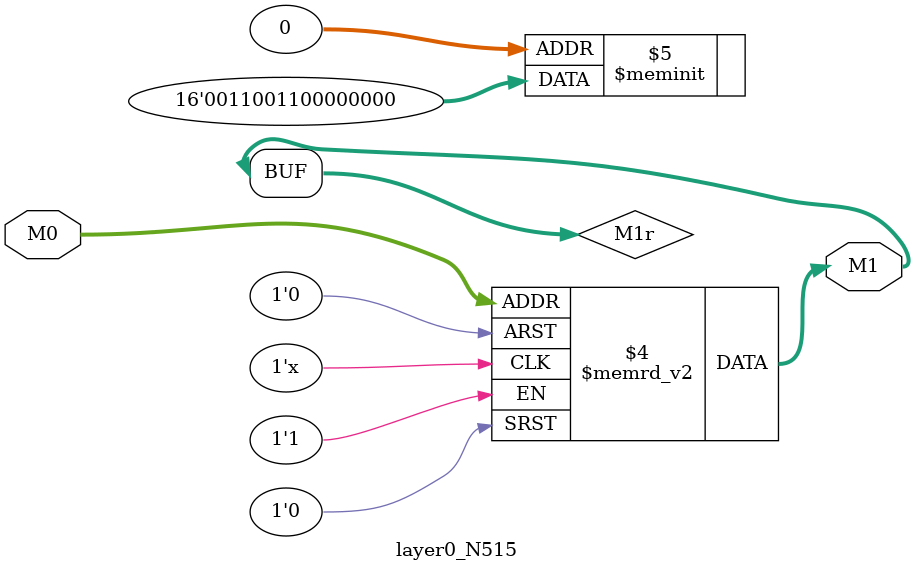
<source format=v>
module layer0_N515 ( input [2:0] M0, output [1:0] M1 );

	(*rom_style = "distributed" *) reg [1:0] M1r;
	assign M1 = M1r;
	always @ (M0) begin
		case (M0)
			3'b000: M1r = 2'b00;
			3'b100: M1r = 2'b11;
			3'b010: M1r = 2'b00;
			3'b110: M1r = 2'b11;
			3'b001: M1r = 2'b00;
			3'b101: M1r = 2'b00;
			3'b011: M1r = 2'b00;
			3'b111: M1r = 2'b00;

		endcase
	end
endmodule

</source>
